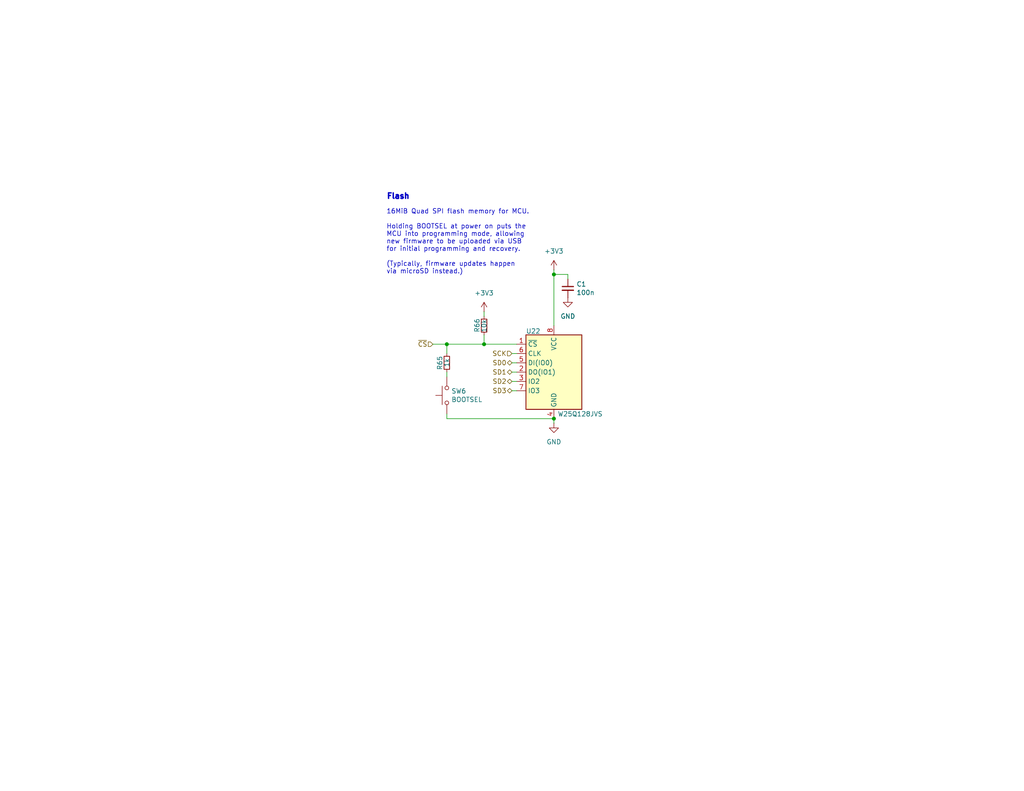
<source format=kicad_sch>
(kicad_sch (version 20231120) (generator "eeschema") (generator_version "8.0")
  (paper "A")
  (title_block (title "EconoPET 40/8096") (date "2023-10-01") (rev "A") (company "https://is.gd/6hpvh6") (comment 1 "Unspecified resistors are 1% / 62.5mW") (comment 2 "Unspecified capacitors are 25V") (comment 3 "Signals with B-prefix are level-shifted from 3V3 to 5V") (comment 4 "License: CC0 1.0 Universal (Public Domain Dedication)"))
  (lib_symbols
    (symbol "Device:C_Small" (pin_numbers hide) (pin_names (offset 0.254) hide)
      (property "Reference" "C" (at 0.254 1.778 0))
      (property "Value" "C_Small" (at 0.254 -2.032 0))
      (symbol "C_Small_0_1"
        (polyline (pts (xy -1.524 -0.508) (xy 1.524 -0.508)) (stroke (width 0.3302)))
        (polyline (pts (xy -1.524 0.508) (xy 1.524 0.508)) (stroke (width 0.3048)))
      )
      (symbol "C_Small_1_1"
        (pin passive line (at 0 2.54 270) (length 2.032) (name "~") (number "1"))
        (pin passive line (at 0 -2.54 90) (length 2.032) (name "~") (number "2"))
      )
    )
    (symbol "Device:R_Small" (pin_numbers hide) (pin_names (offset 0.254) hide)
      (property "Reference" "R" (at 0.762 0.508 0))
      (property "Value" "R_Small" (at 0.762 -1.016 0))
      (symbol "R_Small_0_1"
        (rectangle (start -0.762 1.778) (end 0.762 -1.778) (stroke (width 0.2032)))
      )
      (symbol "R_Small_1_1"
        (pin passive line (at 0 2.54 270) (length 0.762) (name "~") (number "1"))
        (pin passive line (at 0 -2.54 90) (length 0.762) (name "~") (number "2"))
      )
    )
    (symbol "Memory_Flash:W25Q128JVS"
      (property "Reference" "U" (at -6.35 11.43 0))
      (property "Value" "W25Q128JVS" (at 7.62 11.43 0))
      (symbol "W25Q128JVS_0_1"
        (rectangle (start -7.62 10.16) (end 7.62 -10.16) (stroke (width 0.254)) (fill (type background)))
      )
      (symbol "W25Q128JVS_1_1"
        (pin input line (at -10.16 7.62 0) (length 2.54) (name "~{CS}") (number "1"))
        (pin bidirectional line (at -10.16 0 0) (length 2.54) (name "DO(IO1)") (number "2"))
        (pin bidirectional line (at -10.16 -2.54 0) (length 2.54) (name "IO2") (number "3"))
        (pin power_in line (at 0 -12.7 90) (length 2.54) (name "GND") (number "4"))
        (pin bidirectional line (at -10.16 2.54 0) (length 2.54) (name "DI(IO0)") (number "5"))
        (pin input line (at -10.16 5.08 0) (length 2.54) (name "CLK") (number "6"))
        (pin bidirectional line (at -10.16 -5.08 0) (length 2.54) (name "IO3") (number "7"))
        (pin power_in line (at 0 12.7 270) (length 2.54) (name "VCC") (number "8"))
      )
    )
    (symbol "Switch:SW_Push" (pin_numbers hide) (pin_names (offset 1.016) hide)
      (property "Reference" "SW" (at 1.27 2.54 0))
      (property "Value" "SW_Push" (at 0 -1.524 0))
      (symbol "SW_Push_0_1"
        (circle (center -2.032 0) (radius 0.508))
        (polyline (pts (xy 0 1.27) (xy 0 3.048)))
        (polyline (pts (xy 2.54 1.27) (xy -2.54 1.27)))
        (circle (center 2.032 0) (radius 0.508))
        (pin passive line (at -5.08 0 0) (length 2.54) (name "1") (number "1"))
        (pin passive line (at 5.08 0 180) (length 2.54) (name "2") (number "2"))
      )
    )
    (symbol "power:+3V3" (power) (pin_numbers hide) (pin_names (offset 0) hide)
      (property "Value" "+3V3" (at 0 3.556 0))
      (symbol "+3V3_0_1"
        (polyline (pts (xy -0.762 1.27) (xy 0 2.54)))
        (polyline (pts (xy 0 0) (xy 0 2.54)))
        (polyline (pts (xy 0 2.54) (xy 0.762 1.27)))
      )
      (symbol "+3V3_1_1"
        (pin power_in line (at 0 0 90) (length 0) (name "~") (number "1"))
      )
    )
    (symbol "power:GND" (power) (pin_numbers hide) (pin_names (offset 0) hide)
      (property "Value" "GND" (at 0 -3.81 0))
      (symbol "GND_0_1"
        (polyline (pts (xy 0 0) (xy 0 -1.27) (xy 1.27 -1.27) (xy 0 -2.54) (xy -1.27 -1.27) (xy 0 -1.27)))
      )
      (symbol "GND_1_1"
        (pin power_in line (at 0 0 270) (length 0) (name "~") (number "1"))
      )
    )
  )
  (junction (at 132.08 93.98))
  (junction (at 121.92 93.98))
  (junction (at 151.13 74.93))
  (junction (at 151.13 114.3))
  (wire (pts (xy 121.92 113.03) (xy 121.92 114.3)))
  (wire (pts (xy 151.13 114.3) (xy 151.13 115.57)))
  (wire (pts (xy 139.7 101.6) (xy 140.97 101.6)))
  (wire (pts (xy 121.92 93.98) (xy 121.92 96.52)))
  (wire (pts (xy 132.08 91.44) (xy 132.08 93.98)))
  (wire (pts (xy 151.13 74.93) (xy 151.13 88.9)))
  (wire (pts (xy 154.94 76.2) (xy 154.94 74.93)))
  (wire (pts (xy 139.7 106.68) (xy 140.97 106.68)))
  (wire (pts (xy 139.7 99.06) (xy 140.97 99.06)))
  (wire (pts (xy 121.92 114.3) (xy 151.13 114.3)))
  (wire (pts (xy 151.13 73.66) (xy 151.13 74.93)))
  (wire (pts (xy 139.7 104.14) (xy 140.97 104.14)))
  (wire (pts (xy 121.92 101.6) (xy 121.92 102.87)))
  (wire (pts (xy 121.92 93.98) (xy 132.08 93.98)))
  (wire (pts (xy 139.7 96.52) (xy 140.97 96.52)))
  (wire (pts (xy 132.08 86.36) (xy 132.08 85.09)))
  (wire (pts (xy 118.11 93.98) (xy 121.92 93.98)))
  (wire (pts (xy 151.13 74.93) (xy 154.94 74.93)))
  (wire (pts (xy 132.08 93.98) (xy 140.97 93.98)))
  (text "16MiB Quad SPI flash memory for MCU.\n\nHolding BOOTSEL at power on puts the\nMCU into programming mode, allowing\nnew firmware to be uploaded via USB\nfor initial programming and recovery.\n\n(Typically, firmware updates happen\nvia microSD instead.)" (at 105.41 66.04 0) (effects (font (size 1.27 1.27)) (justify left)))
  (text "Flash" (at 105.41 54.61 0) (effects (font (size 1.5 1.5) (thickness 0.8) (bold yes)) (justify left bottom)))
  (hierarchical_label "SD3" (shape bidirectional) (at 139.7 106.68 180))
  (hierarchical_label "SCK" (shape input) (at 139.7 96.52 180))
  (hierarchical_label "SD1" (shape bidirectional) (at 139.7 101.6 180))
  (hierarchical_label "SD0" (shape bidirectional) (at 139.7 99.06 180))
  (hierarchical_label "SD2" (shape bidirectional) (at 139.7 104.14 180))
  (hierarchical_label "~{CS}" (shape input) (at 118.11 93.98 180))
  (symbol (lib_id "Switch:SW_Push") (at 121.92 107.95 90) (unit 1)
    (property "Reference" "SW6" (at 123.1392 106.7816 90) (effects (justify right)))
    (property "Value" "BOOTSEL" (at 123.1392 109.093 90) (effects (justify right)))
    (property "Footprint" "EconoPET:SW_PUSH_1P1T_6x3.5mm_H4.3_APEM_MJTP1243" (effects (hide yes)))
    (property "Amazon" "https://smile.amazon.com/dp/B008DS188Y" (effects (hide yes)))
    (property "Alt-LCSC" "C457531" (effects (hide yes)))
    (property "MOUSER" "611-PTS636SK43LFS" (effects (hide yes)))
  )
  (symbol (lib_id "power:GND") (at 151.13 115.57 0) (unit 1)
    (property "Reference" "#PWR0177" (effects (hide yes)))
    (property "Value" "GND" (at 151.13 120.65 0))
    (property "Description" "Power symbol creates a global label with name \"GND\" , ground" (effects (hide yes)))
  )
  (symbol (lib_id "Device:R_Small") (at 132.08 88.9 0) (unit 1)
    (property "Reference" "R66" (at 130.175 90.805 90) (effects (justify left)))
    (property "Value" "10k" (at 132.08 90.805 90) (effects (justify left)))
    (property "Footprint" "Resistor_SMD:R_0402_1005Metric" (effects (hide yes)))
    (property "Datasheet" "https://jlcpcb.com/api/file/downloadByFileSystemAccessId/8556212101498380288" (effects (hide yes)))
    (property "LCSC" "C25744" (effects (hide yes)))
  )
  (symbol (lib_id "power:+3V3") (at 132.08 85.09 0) (unit 1)
    (property "Reference" "#PWR0175" (effects (hide yes)))
    (property "Value" "+3V3" (at 132.08 80.01 0))
    (property "Description" "Power symbol creates a global label with name \"+3V3\"" (effects (hide yes)))
  )
  (symbol (lib_id "Device:R_Small") (at 121.92 99.06 180) (unit 1)
    (property "Reference" "R65" (at 120.015 97.155 90) (effects (justify left)))
    (property "Value" "1k" (at 121.92 97.79 90) (effects (justify left)))
    (property "Footprint" "Resistor_SMD:R_0402_1005Metric" (effects (hide yes)))
    (property "Datasheet" "https://www.lcsc.com/datasheet/lcsc_datasheet_2206010216_UNI-ROYAL-Uniroyal-Elec-0402WGF1001TCE_C11702.pdf" (effects (hide yes)))
    (property "LCSC" "C11702" (effects (hide yes)))
  )
  (symbol (lib_id "Device:C_Small") (at 154.94 78.74 0) (unit 1)
    (property "Reference" "C1" (at 157.2768 77.5716 0) (effects (justify left)))
    (property "Value" "100n" (at 157.2768 79.883 0) (effects (justify left)))
    (property "Footprint" "Capacitor_SMD:C_0402_1005Metric" (effects (hide yes)))
    (property "Datasheet" "https://product.samsungsem.com/mlcc/CL05B104KB54PN.do" (effects (hide yes)))
    (property "LCSC" "C307331" (effects (hide yes)))
  )
  (symbol (lib_id "Memory_Flash:W25Q128JVS") (at 151.13 101.6 0) (unit 1)
    (property "Reference" "U22" (at 143.51 90.424 0) (effects (justify left)))
    (property "Value" "W25Q128JVS" (at 152.146 113.03 0) (effects (justify left)))
    (property "Footprint" "EconoPET:SOIC-8_5.23x5.23mm_P1.27mm" (effects (hide yes)))
    (property "Datasheet" "https://jlcpcb.com/api/file/downloadByFileSystemAccessId/8560111703904829441" (effects (hide yes)))
    (property "Description" "128Mb Serial Flash Memory, Standard/Dual/Quad SPI, SOIC-8" (effects (hide yes)))
    (property "LCSC" "C97521" (effects (hide yes)))
  )
  (symbol (lib_id "power:GND") (at 154.94 81.28 0) (unit 1)
    (property "Reference" "#PWR0178" (effects (hide yes)))
    (property "Value" "GND" (at 154.94 86.36 0))
    (property "Description" "Power symbol creates a global label with name \"GND\" , ground" (effects (hide yes)))
  )
  (symbol (lib_id "power:+3V3") (at 151.13 73.66 0) (unit 1)
    (property "Reference" "#PWR0176" (effects (hide yes)))
    (property "Value" "+3V3" (at 151.13 68.58 0))
    (property "Description" "Power symbol creates a global label with name \"+3V3\"" (effects (hide yes)))
  )
)
</source>
